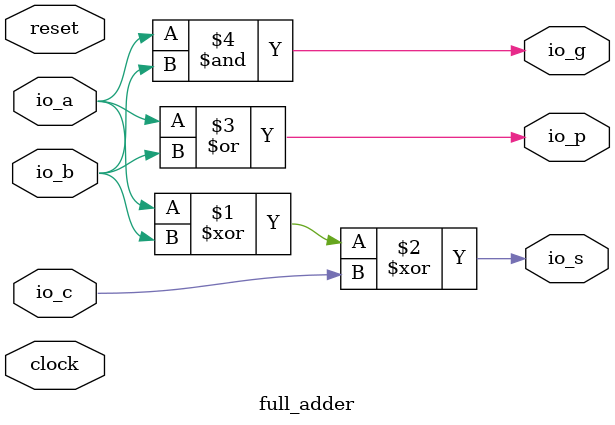
<source format=sv>
module full_adder(
  input   clock,
  input   reset,
  input   io_a,
  input   io_b,
  input   io_c,
  output  io_s,
  output  io_p,
  output  io_g
);
  assign io_s = io_a ^ io_b ^ io_c; // @[full_adder.scala 15:23]
  assign io_p = io_a | io_b; // @[full_adder.scala 16:16]
  assign io_g = io_a & io_b; // @[full_adder.scala 17:16]
endmodule

</source>
